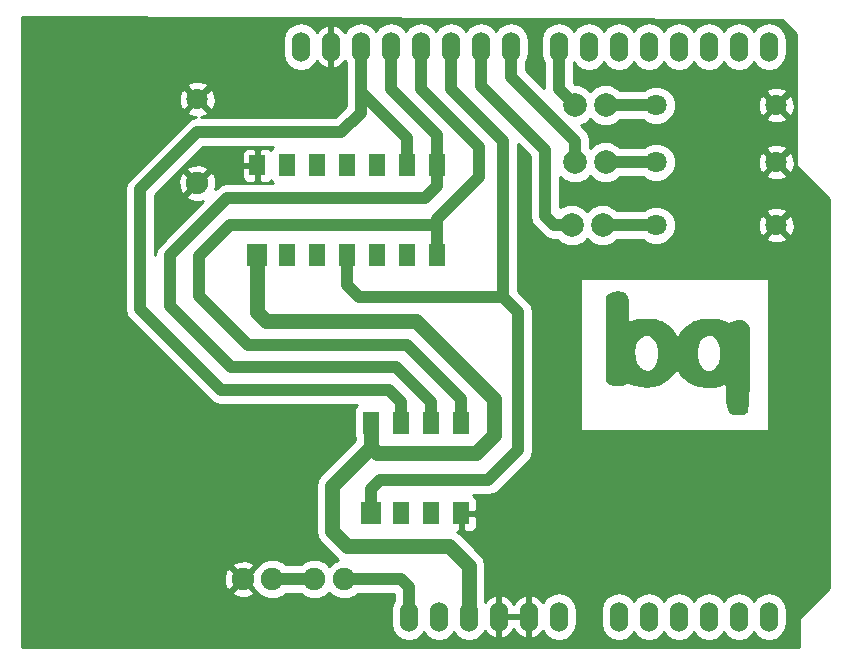
<source format=gtl>
G04 (created by PCBNEW (2013-jul-07)-stable) date Thu 12 Feb 2015 08:58:08 CET*
%MOIN*%
G04 Gerber Fmt 3.4, Leading zero omitted, Abs format*
%FSLAX34Y34*%
G01*
G70*
G90*
G04 APERTURE LIST*
%ADD10C,0.00590551*%
%ADD11C,0.0001*%
%ADD12R,0.0708661X0.0748031*%
%ADD13R,0.0551181X0.0748031*%
%ADD14R,0.0551181X0.0669291*%
%ADD15C,0.0708661*%
%ADD16C,0.0748031*%
%ADD17O,0.06X0.1*%
%ADD18C,0.0787402*%
%ADD19C,0.04*%
%ADD20C,0.05*%
%ADD21C,0.01*%
G04 APERTURE END LIST*
G54D10*
G54D11*
G36*
X29967Y-16288D02*
X29965Y-16520D01*
X29961Y-16807D01*
X29957Y-17101D01*
X29952Y-17458D01*
X29947Y-17754D01*
X29941Y-17995D01*
X29932Y-18186D01*
X29920Y-18334D01*
X29903Y-18444D01*
X29880Y-18521D01*
X29849Y-18572D01*
X29808Y-18603D01*
X29758Y-18618D01*
X29695Y-18624D01*
X29619Y-18626D01*
X29597Y-18627D01*
X29476Y-18626D01*
X29376Y-18615D01*
X29325Y-18600D01*
X29259Y-18543D01*
X29213Y-18458D01*
X29184Y-18333D01*
X29170Y-18160D01*
X29167Y-18004D01*
X29165Y-17856D01*
X29159Y-17737D01*
X29151Y-17659D01*
X29142Y-17636D01*
X29098Y-17645D01*
X29013Y-17668D01*
X28968Y-17681D01*
X28968Y-16559D01*
X28952Y-16384D01*
X28905Y-16226D01*
X28826Y-16099D01*
X28793Y-16068D01*
X28678Y-16011D01*
X28550Y-16008D01*
X28427Y-16055D01*
X28325Y-16145D01*
X28279Y-16225D01*
X28249Y-16344D01*
X28235Y-16500D01*
X28238Y-16667D01*
X28257Y-16819D01*
X28288Y-16923D01*
X28362Y-17036D01*
X28455Y-17123D01*
X28549Y-17166D01*
X28573Y-17169D01*
X28647Y-17154D01*
X28736Y-17118D01*
X28738Y-17117D01*
X28838Y-17030D01*
X28911Y-16898D01*
X28954Y-16736D01*
X28968Y-16559D01*
X28968Y-17681D01*
X28954Y-17686D01*
X28742Y-17727D01*
X28506Y-17734D01*
X28276Y-17709D01*
X28114Y-17665D01*
X27924Y-17569D01*
X27756Y-17438D01*
X27631Y-17288D01*
X27603Y-17241D01*
X27544Y-17125D01*
X27442Y-17274D01*
X27296Y-17438D01*
X27102Y-17571D01*
X26917Y-17655D01*
X26887Y-17662D01*
X26887Y-16474D01*
X26853Y-16305D01*
X26787Y-16167D01*
X26697Y-16067D01*
X26588Y-16011D01*
X26468Y-16005D01*
X26343Y-16058D01*
X26304Y-16088D01*
X26208Y-16209D01*
X26150Y-16367D01*
X26130Y-16546D01*
X26146Y-16729D01*
X26199Y-16898D01*
X26289Y-17036D01*
X26319Y-17066D01*
X26437Y-17146D01*
X26545Y-17163D01*
X26653Y-17119D01*
X26680Y-17099D01*
X26778Y-16997D01*
X26843Y-16864D01*
X26881Y-16683D01*
X26883Y-16667D01*
X26887Y-16474D01*
X26887Y-17662D01*
X26738Y-17701D01*
X26529Y-17719D01*
X26314Y-17711D01*
X26120Y-17676D01*
X26022Y-17642D01*
X25924Y-17601D01*
X25863Y-17589D01*
X25816Y-17602D01*
X25790Y-17619D01*
X25690Y-17658D01*
X25557Y-17671D01*
X25417Y-17660D01*
X25298Y-17625D01*
X25255Y-17600D01*
X25167Y-17531D01*
X25167Y-16103D01*
X25167Y-14675D01*
X25270Y-14588D01*
X25395Y-14521D01*
X25545Y-14497D01*
X25693Y-14515D01*
X25818Y-14577D01*
X25824Y-14583D01*
X25862Y-14618D01*
X25888Y-14654D01*
X25905Y-14704D01*
X25916Y-14780D01*
X25922Y-14896D01*
X25927Y-15064D01*
X25928Y-15097D01*
X25939Y-15531D01*
X26078Y-15478D01*
X26210Y-15445D01*
X26396Y-15426D01*
X26534Y-15422D01*
X26694Y-15423D01*
X26809Y-15432D01*
X26902Y-15452D01*
X26994Y-15488D01*
X27034Y-15506D01*
X27230Y-15625D01*
X27391Y-15772D01*
X27491Y-15916D01*
X27528Y-15982D01*
X27552Y-15993D01*
X27578Y-15956D01*
X27580Y-15952D01*
X27670Y-15830D01*
X27798Y-15703D01*
X27944Y-15588D01*
X28086Y-15503D01*
X28137Y-15482D01*
X28315Y-15440D01*
X28523Y-15420D01*
X28737Y-15421D01*
X28936Y-15444D01*
X29097Y-15489D01*
X29112Y-15495D01*
X29210Y-15536D01*
X29271Y-15549D01*
X29318Y-15535D01*
X29345Y-15518D01*
X29429Y-15487D01*
X29549Y-15471D01*
X29675Y-15473D01*
X29779Y-15493D01*
X29802Y-15503D01*
X29861Y-15556D01*
X29918Y-15637D01*
X29922Y-15645D01*
X29936Y-15677D01*
X29947Y-15718D01*
X29956Y-15775D01*
X29962Y-15854D01*
X29966Y-15961D01*
X29967Y-16104D01*
X29967Y-16288D01*
X29967Y-16288D01*
X29967Y-16288D01*
G37*
G54D12*
X13534Y-13302D03*
G54D13*
X14534Y-13302D03*
X15534Y-13302D03*
X16534Y-13302D03*
X17534Y-13302D03*
X18534Y-13302D03*
X19534Y-13302D03*
X19534Y-10302D03*
X18534Y-10302D03*
X17534Y-10302D03*
X16534Y-10302D03*
X15534Y-10302D03*
X14534Y-10302D03*
G54D14*
X13534Y-10302D03*
G54D15*
X11534Y-8102D03*
G54D16*
X11534Y-10902D03*
X14034Y-24102D03*
X13050Y-24102D03*
X15434Y-24102D03*
X16434Y-24102D03*
G54D12*
X17334Y-21902D03*
G54D13*
X18334Y-21902D03*
X19334Y-21902D03*
X20334Y-21902D03*
X20334Y-18902D03*
X19334Y-18902D03*
X18334Y-18902D03*
X17334Y-18902D03*
G54D17*
X30584Y-25352D03*
X29584Y-25352D03*
X28584Y-25352D03*
X25584Y-25352D03*
X26584Y-25352D03*
X27584Y-25352D03*
X23584Y-25352D03*
X22584Y-25352D03*
X21584Y-25352D03*
X19584Y-25352D03*
X18584Y-25352D03*
X30584Y-6352D03*
X29584Y-6352D03*
X28584Y-6352D03*
X27584Y-6352D03*
X26584Y-6352D03*
X25584Y-6352D03*
X24584Y-6352D03*
X23584Y-6352D03*
X21984Y-6352D03*
X20984Y-6352D03*
X19984Y-6352D03*
X18984Y-6352D03*
X17984Y-6352D03*
X16984Y-6352D03*
X15984Y-6352D03*
X14984Y-6352D03*
X20584Y-25352D03*
G54D18*
X24122Y-8302D03*
X25146Y-8302D03*
X24122Y-10202D03*
X25146Y-10202D03*
X24022Y-12302D03*
X25046Y-12302D03*
G54D15*
X30834Y-8302D03*
X26834Y-8302D03*
X30834Y-10202D03*
X26834Y-10202D03*
X30834Y-12302D03*
X26834Y-12302D03*
G54D19*
X20984Y-6352D02*
X20984Y-7652D01*
X23434Y-12302D02*
X24022Y-12302D01*
X23134Y-12002D02*
X23434Y-12302D01*
X23134Y-9802D02*
X23134Y-12002D01*
X20984Y-7652D02*
X23134Y-9802D01*
X16434Y-24102D02*
X18334Y-24102D01*
X18584Y-24352D02*
X18584Y-25352D01*
X18334Y-24102D02*
X18584Y-24352D01*
X19984Y-6352D02*
X19984Y-7752D01*
X21734Y-9502D02*
X21734Y-14702D01*
X19984Y-7752D02*
X21734Y-9502D01*
X16534Y-13302D02*
X16534Y-14302D01*
X21734Y-14702D02*
X22234Y-15202D01*
X16934Y-14702D02*
X21734Y-14702D01*
X16534Y-14302D02*
X16934Y-14702D01*
X17334Y-21902D02*
X17334Y-21102D01*
X22234Y-19802D02*
X22234Y-15202D01*
X21234Y-20802D02*
X22234Y-19802D01*
X17634Y-20802D02*
X21234Y-20802D01*
X17334Y-21102D02*
X17634Y-20802D01*
X20334Y-18902D02*
X20334Y-18102D01*
X12634Y-12302D02*
X19534Y-12302D01*
X11594Y-13342D02*
X12634Y-12302D01*
X11594Y-14661D02*
X11594Y-13342D01*
X13234Y-16302D02*
X11594Y-14661D01*
X18534Y-16302D02*
X13234Y-16302D01*
X20334Y-18102D02*
X18534Y-16302D01*
X18984Y-6352D02*
X18984Y-7752D01*
X19534Y-12102D02*
X19534Y-12302D01*
X19534Y-12302D02*
X19534Y-13302D01*
X20934Y-10702D02*
X19534Y-12102D01*
X20934Y-9702D02*
X20934Y-10702D01*
X18984Y-7752D02*
X20934Y-9702D01*
X18334Y-18902D02*
X18334Y-18202D01*
X16984Y-8552D02*
X16984Y-7852D01*
X16334Y-9202D02*
X16984Y-8552D01*
X11534Y-9202D02*
X16334Y-9202D01*
X9634Y-11102D02*
X11534Y-9202D01*
X9634Y-15102D02*
X9634Y-11102D01*
X12334Y-17802D02*
X9634Y-15102D01*
X17934Y-17802D02*
X12334Y-17802D01*
X18334Y-18202D02*
X17934Y-17802D01*
X16984Y-6352D02*
X16984Y-7852D01*
X18534Y-9402D02*
X18534Y-10302D01*
X16984Y-7852D02*
X18334Y-9202D01*
X18334Y-9202D02*
X18534Y-9402D01*
X19334Y-18902D02*
X19334Y-18202D01*
X19534Y-11002D02*
X19534Y-10302D01*
X19134Y-11402D02*
X19534Y-11002D01*
X12534Y-11402D02*
X19134Y-11402D01*
X10634Y-13302D02*
X12534Y-11402D01*
X10634Y-15002D02*
X10634Y-13302D01*
X12675Y-17042D02*
X10634Y-15002D01*
X18175Y-17042D02*
X12675Y-17042D01*
X19334Y-18202D02*
X18175Y-17042D01*
X17984Y-6352D02*
X17984Y-7752D01*
X19534Y-9302D02*
X19534Y-10302D01*
X17984Y-7752D02*
X19534Y-9302D01*
X21984Y-6352D02*
X21984Y-7352D01*
X24122Y-9490D02*
X24122Y-10202D01*
X21984Y-7352D02*
X24122Y-9490D01*
X23584Y-6352D02*
X23584Y-7764D01*
X23584Y-7764D02*
X24122Y-8302D01*
X26834Y-8302D02*
X25146Y-8302D01*
X26834Y-10202D02*
X25146Y-10202D01*
X26834Y-12302D02*
X25046Y-12302D01*
X15434Y-24102D02*
X14034Y-24102D01*
G54D20*
X13534Y-13302D02*
X13534Y-15202D01*
X17534Y-19902D02*
X17334Y-19702D01*
X20834Y-19902D02*
X17534Y-19902D01*
X21434Y-19302D02*
X20834Y-19902D01*
X21434Y-18102D02*
X21434Y-19302D01*
X18834Y-15502D02*
X21434Y-18102D01*
X13834Y-15502D02*
X18834Y-15502D01*
X13534Y-15202D02*
X13834Y-15502D01*
X17334Y-18902D02*
X17334Y-19702D01*
X20584Y-25352D02*
X20584Y-23652D01*
X16034Y-21002D02*
X16734Y-20302D01*
X16734Y-20302D02*
X17334Y-19702D01*
X16034Y-22502D02*
X16034Y-21002D01*
X16534Y-23002D02*
X16034Y-22502D01*
X19934Y-23002D02*
X16534Y-23002D01*
X20584Y-23652D02*
X19934Y-23002D01*
G54D10*
G36*
X14060Y-9702D02*
X14004Y-9758D01*
X13990Y-9793D01*
X13951Y-9755D01*
X13859Y-9717D01*
X13647Y-9717D01*
X13584Y-9780D01*
X13584Y-10252D01*
X13592Y-10252D01*
X13592Y-10352D01*
X13584Y-10352D01*
X13584Y-10824D01*
X13647Y-10887D01*
X13859Y-10887D01*
X13951Y-10849D01*
X13989Y-10810D01*
X14004Y-10846D01*
X14060Y-10902D01*
X13484Y-10902D01*
X13484Y-10824D01*
X13484Y-10352D01*
X13484Y-10252D01*
X13484Y-9780D01*
X13422Y-9717D01*
X13209Y-9717D01*
X13117Y-9755D01*
X13047Y-9825D01*
X13009Y-9917D01*
X13009Y-10017D01*
X13009Y-10189D01*
X13071Y-10252D01*
X13484Y-10252D01*
X13484Y-10352D01*
X13071Y-10352D01*
X13009Y-10414D01*
X13009Y-10587D01*
X13009Y-10686D01*
X13047Y-10778D01*
X13117Y-10849D01*
X13209Y-10887D01*
X13422Y-10887D01*
X13484Y-10824D01*
X13484Y-10902D01*
X12534Y-10902D01*
X12343Y-10940D01*
X12181Y-11048D01*
X12181Y-11048D01*
X12125Y-11104D01*
X12163Y-11001D01*
X12153Y-10753D01*
X12077Y-10569D01*
X11974Y-10533D01*
X11903Y-10604D01*
X11903Y-10462D01*
X11867Y-10359D01*
X11634Y-10273D01*
X11386Y-10283D01*
X11202Y-10359D01*
X11165Y-10462D01*
X11534Y-10831D01*
X11903Y-10462D01*
X11903Y-10604D01*
X11605Y-10902D01*
X11610Y-10907D01*
X11540Y-10978D01*
X11534Y-10973D01*
X11463Y-11043D01*
X11463Y-10902D01*
X11095Y-10533D01*
X10992Y-10569D01*
X10906Y-10802D01*
X10916Y-11050D01*
X10992Y-11234D01*
X11095Y-11271D01*
X11463Y-10902D01*
X11463Y-11043D01*
X11165Y-11341D01*
X11202Y-11444D01*
X11435Y-11530D01*
X11683Y-11521D01*
X11727Y-11502D01*
X10281Y-12948D01*
X10172Y-13111D01*
X10134Y-13302D01*
X10134Y-11309D01*
X11741Y-9702D01*
X14060Y-9702D01*
X14060Y-9702D01*
G37*
G54D21*
X14060Y-9702D02*
X14004Y-9758D01*
X13990Y-9793D01*
X13951Y-9755D01*
X13859Y-9717D01*
X13647Y-9717D01*
X13584Y-9780D01*
X13584Y-10252D01*
X13592Y-10252D01*
X13592Y-10352D01*
X13584Y-10352D01*
X13584Y-10824D01*
X13647Y-10887D01*
X13859Y-10887D01*
X13951Y-10849D01*
X13989Y-10810D01*
X14004Y-10846D01*
X14060Y-10902D01*
X13484Y-10902D01*
X13484Y-10824D01*
X13484Y-10352D01*
X13484Y-10252D01*
X13484Y-9780D01*
X13422Y-9717D01*
X13209Y-9717D01*
X13117Y-9755D01*
X13047Y-9825D01*
X13009Y-9917D01*
X13009Y-10017D01*
X13009Y-10189D01*
X13071Y-10252D01*
X13484Y-10252D01*
X13484Y-10352D01*
X13071Y-10352D01*
X13009Y-10414D01*
X13009Y-10587D01*
X13009Y-10686D01*
X13047Y-10778D01*
X13117Y-10849D01*
X13209Y-10887D01*
X13422Y-10887D01*
X13484Y-10824D01*
X13484Y-10902D01*
X12534Y-10902D01*
X12343Y-10940D01*
X12181Y-11048D01*
X12181Y-11048D01*
X12125Y-11104D01*
X12163Y-11001D01*
X12153Y-10753D01*
X12077Y-10569D01*
X11974Y-10533D01*
X11903Y-10604D01*
X11903Y-10462D01*
X11867Y-10359D01*
X11634Y-10273D01*
X11386Y-10283D01*
X11202Y-10359D01*
X11165Y-10462D01*
X11534Y-10831D01*
X11903Y-10462D01*
X11903Y-10604D01*
X11605Y-10902D01*
X11610Y-10907D01*
X11540Y-10978D01*
X11534Y-10973D01*
X11463Y-11043D01*
X11463Y-10902D01*
X11095Y-10533D01*
X10992Y-10569D01*
X10906Y-10802D01*
X10916Y-11050D01*
X10992Y-11234D01*
X11095Y-11271D01*
X11463Y-10902D01*
X11463Y-11043D01*
X11165Y-11341D01*
X11202Y-11444D01*
X11435Y-11530D01*
X11683Y-11521D01*
X11727Y-11502D01*
X10281Y-12948D01*
X10172Y-13111D01*
X10134Y-13302D01*
X10134Y-11309D01*
X11741Y-9702D01*
X14060Y-9702D01*
G54D10*
G36*
X32584Y-24381D02*
X31584Y-25381D01*
X31584Y-26352D01*
X31443Y-26352D01*
X31443Y-12397D01*
X31443Y-10297D01*
X31443Y-8397D01*
X31433Y-8156D01*
X31360Y-7981D01*
X31259Y-7947D01*
X31189Y-8018D01*
X31189Y-7877D01*
X31184Y-7863D01*
X31184Y-6568D01*
X31184Y-6136D01*
X31138Y-5907D01*
X31008Y-5712D01*
X30814Y-5582D01*
X30584Y-5536D01*
X30355Y-5582D01*
X30160Y-5712D01*
X30084Y-5825D01*
X30008Y-5712D01*
X29814Y-5582D01*
X29584Y-5536D01*
X29355Y-5582D01*
X29160Y-5712D01*
X29084Y-5825D01*
X29008Y-5712D01*
X28814Y-5582D01*
X28584Y-5536D01*
X28355Y-5582D01*
X28160Y-5712D01*
X28084Y-5825D01*
X28008Y-5712D01*
X27814Y-5582D01*
X27584Y-5536D01*
X27355Y-5582D01*
X27160Y-5712D01*
X27084Y-5825D01*
X27008Y-5712D01*
X26814Y-5582D01*
X26584Y-5536D01*
X26355Y-5582D01*
X26160Y-5712D01*
X26084Y-5825D01*
X26008Y-5712D01*
X25814Y-5582D01*
X25584Y-5536D01*
X25355Y-5582D01*
X25160Y-5712D01*
X25084Y-5825D01*
X25008Y-5712D01*
X24814Y-5582D01*
X24584Y-5536D01*
X24355Y-5582D01*
X24160Y-5712D01*
X24084Y-5825D01*
X24008Y-5712D01*
X23814Y-5582D01*
X23584Y-5536D01*
X23355Y-5582D01*
X23160Y-5712D01*
X23030Y-5907D01*
X22984Y-6136D01*
X22984Y-6568D01*
X23030Y-6797D01*
X23084Y-6878D01*
X23084Y-7745D01*
X22484Y-7145D01*
X22484Y-6878D01*
X22538Y-6797D01*
X22584Y-6568D01*
X22584Y-6136D01*
X22538Y-5907D01*
X22408Y-5712D01*
X22214Y-5582D01*
X21984Y-5536D01*
X21755Y-5582D01*
X21560Y-5712D01*
X21484Y-5825D01*
X21408Y-5712D01*
X21214Y-5582D01*
X20984Y-5536D01*
X20755Y-5582D01*
X20560Y-5712D01*
X20484Y-5825D01*
X20408Y-5712D01*
X20214Y-5582D01*
X19984Y-5536D01*
X19755Y-5582D01*
X19560Y-5712D01*
X19484Y-5825D01*
X19408Y-5712D01*
X19214Y-5582D01*
X18984Y-5536D01*
X18755Y-5582D01*
X18560Y-5712D01*
X18484Y-5825D01*
X18408Y-5712D01*
X18214Y-5582D01*
X17984Y-5536D01*
X17755Y-5582D01*
X17560Y-5712D01*
X17484Y-5825D01*
X17408Y-5712D01*
X17214Y-5582D01*
X16984Y-5536D01*
X16755Y-5582D01*
X16560Y-5712D01*
X16454Y-5871D01*
X16338Y-5728D01*
X16148Y-5625D01*
X16119Y-5619D01*
X16034Y-5667D01*
X16034Y-6302D01*
X16042Y-6302D01*
X16042Y-6402D01*
X16034Y-6402D01*
X16034Y-7037D01*
X16119Y-7085D01*
X16148Y-7079D01*
X16338Y-6976D01*
X16454Y-6833D01*
X16484Y-6878D01*
X16484Y-7852D01*
X16484Y-7852D01*
X16484Y-7852D01*
X16484Y-8345D01*
X16127Y-8702D01*
X15934Y-8702D01*
X15934Y-7037D01*
X15934Y-6402D01*
X15926Y-6402D01*
X15926Y-6302D01*
X15934Y-6302D01*
X15934Y-5667D01*
X15849Y-5619D01*
X15820Y-5625D01*
X15631Y-5728D01*
X15515Y-5871D01*
X15408Y-5712D01*
X15214Y-5582D01*
X14984Y-5536D01*
X14755Y-5582D01*
X14560Y-5712D01*
X14430Y-5907D01*
X14384Y-6136D01*
X14384Y-6568D01*
X14430Y-6797D01*
X14560Y-6992D01*
X14755Y-7122D01*
X14984Y-7168D01*
X15214Y-7122D01*
X15408Y-6992D01*
X15515Y-6833D01*
X15631Y-6976D01*
X15820Y-7079D01*
X15849Y-7085D01*
X15934Y-7037D01*
X15934Y-8702D01*
X12143Y-8702D01*
X12143Y-8197D01*
X12133Y-7956D01*
X12060Y-7781D01*
X11959Y-7747D01*
X11889Y-7818D01*
X11889Y-7677D01*
X11855Y-7576D01*
X11629Y-7493D01*
X11389Y-7503D01*
X11214Y-7576D01*
X11180Y-7677D01*
X11534Y-8031D01*
X11889Y-7677D01*
X11889Y-7818D01*
X11605Y-8102D01*
X11959Y-8456D01*
X12060Y-8422D01*
X12143Y-8197D01*
X12143Y-8702D01*
X11650Y-8702D01*
X11680Y-8701D01*
X11855Y-8628D01*
X11889Y-8527D01*
X11534Y-8173D01*
X11463Y-8243D01*
X11463Y-8102D01*
X11109Y-7747D01*
X11008Y-7781D01*
X10925Y-8007D01*
X10935Y-8247D01*
X11008Y-8422D01*
X11109Y-8456D01*
X11463Y-8102D01*
X11463Y-8243D01*
X11180Y-8527D01*
X11214Y-8628D01*
X11439Y-8711D01*
X11503Y-8708D01*
X11343Y-8740D01*
X11181Y-8848D01*
X11181Y-8848D01*
X9281Y-10748D01*
X9172Y-10911D01*
X9134Y-11102D01*
X9134Y-11102D01*
X9134Y-15102D01*
X9134Y-15102D01*
X9172Y-15293D01*
X9281Y-15455D01*
X11981Y-18155D01*
X11981Y-18155D01*
X12143Y-18264D01*
X12334Y-18302D01*
X16860Y-18302D01*
X16804Y-18358D01*
X16759Y-18468D01*
X16759Y-18587D01*
X16759Y-19335D01*
X16784Y-19397D01*
X16784Y-19474D01*
X16345Y-19913D01*
X16345Y-19913D01*
X15645Y-20613D01*
X15526Y-20791D01*
X15484Y-21002D01*
X15484Y-22502D01*
X15526Y-22712D01*
X15645Y-22891D01*
X16145Y-23391D01*
X16239Y-23453D01*
X16053Y-23530D01*
X15934Y-23649D01*
X15816Y-23531D01*
X15569Y-23428D01*
X15301Y-23428D01*
X15053Y-23530D01*
X14981Y-23602D01*
X14487Y-23602D01*
X14416Y-23531D01*
X14169Y-23428D01*
X13901Y-23428D01*
X13653Y-23530D01*
X13463Y-23720D01*
X13435Y-23788D01*
X13419Y-23804D01*
X13419Y-23662D01*
X13382Y-23559D01*
X13149Y-23473D01*
X12901Y-23483D01*
X12718Y-23559D01*
X12681Y-23662D01*
X13050Y-24031D01*
X13419Y-23662D01*
X13419Y-23804D01*
X13121Y-24102D01*
X13435Y-24416D01*
X13462Y-24483D01*
X13652Y-24673D01*
X13899Y-24776D01*
X14168Y-24776D01*
X14415Y-24674D01*
X14487Y-24602D01*
X14981Y-24602D01*
X15052Y-24673D01*
X15299Y-24776D01*
X15568Y-24776D01*
X15815Y-24674D01*
X15934Y-24555D01*
X16052Y-24673D01*
X16299Y-24776D01*
X16568Y-24776D01*
X16815Y-24674D01*
X16887Y-24602D01*
X18084Y-24602D01*
X18084Y-24825D01*
X18030Y-24907D01*
X17984Y-25136D01*
X17984Y-25568D01*
X18030Y-25797D01*
X18160Y-25992D01*
X18355Y-26122D01*
X18584Y-26168D01*
X18814Y-26122D01*
X19008Y-25992D01*
X19084Y-25878D01*
X19160Y-25992D01*
X19355Y-26122D01*
X19584Y-26168D01*
X19814Y-26122D01*
X20008Y-25992D01*
X20084Y-25878D01*
X20160Y-25992D01*
X20355Y-26122D01*
X20584Y-26168D01*
X20814Y-26122D01*
X21008Y-25992D01*
X21115Y-25833D01*
X21231Y-25976D01*
X21420Y-26079D01*
X21449Y-26085D01*
X21534Y-26037D01*
X21534Y-25402D01*
X21526Y-25402D01*
X21526Y-25302D01*
X21534Y-25302D01*
X21534Y-24667D01*
X21449Y-24619D01*
X21420Y-24625D01*
X21231Y-24728D01*
X21134Y-24847D01*
X21134Y-23652D01*
X21092Y-23441D01*
X20973Y-23263D01*
X20973Y-23263D01*
X20860Y-23150D01*
X20860Y-22226D01*
X20860Y-22014D01*
X20797Y-21952D01*
X20384Y-21952D01*
X20384Y-22463D01*
X20447Y-22526D01*
X20659Y-22526D01*
X20751Y-22488D01*
X20822Y-22418D01*
X20860Y-22326D01*
X20860Y-22226D01*
X20860Y-23150D01*
X20323Y-22613D01*
X20193Y-22526D01*
X20222Y-22526D01*
X20284Y-22463D01*
X20284Y-21952D01*
X20276Y-21952D01*
X20276Y-21852D01*
X20284Y-21852D01*
X20284Y-21844D01*
X20384Y-21844D01*
X20384Y-21852D01*
X20797Y-21852D01*
X20860Y-21789D01*
X20860Y-21577D01*
X20860Y-21478D01*
X20822Y-21386D01*
X20751Y-21316D01*
X20717Y-21302D01*
X21234Y-21302D01*
X21234Y-21302D01*
X21234Y-21302D01*
X21425Y-21264D01*
X21588Y-21155D01*
X22588Y-20155D01*
X22588Y-20155D01*
X22588Y-20155D01*
X22696Y-19993D01*
X22734Y-19802D01*
X22734Y-15202D01*
X22696Y-15011D01*
X22588Y-14848D01*
X22588Y-14848D01*
X22234Y-14495D01*
X22234Y-9609D01*
X22634Y-10009D01*
X22634Y-12002D01*
X22634Y-12002D01*
X22672Y-12193D01*
X22781Y-12355D01*
X23081Y-12655D01*
X23081Y-12655D01*
X23243Y-12764D01*
X23434Y-12802D01*
X23434Y-12802D01*
X23434Y-12802D01*
X23541Y-12802D01*
X23629Y-12890D01*
X23884Y-12995D01*
X24160Y-12996D01*
X24415Y-12890D01*
X24534Y-12771D01*
X24652Y-12890D01*
X24907Y-12995D01*
X25183Y-12996D01*
X25438Y-12890D01*
X25527Y-12802D01*
X26409Y-12802D01*
X26463Y-12856D01*
X26703Y-12956D01*
X26964Y-12956D01*
X27204Y-12857D01*
X27389Y-12673D01*
X27488Y-12433D01*
X27489Y-12172D01*
X27389Y-11932D01*
X27205Y-11747D01*
X26965Y-11648D01*
X26705Y-11647D01*
X26464Y-11747D01*
X26409Y-11802D01*
X25527Y-11802D01*
X25439Y-11714D01*
X25185Y-11608D01*
X24909Y-11608D01*
X24654Y-11713D01*
X24534Y-11833D01*
X24416Y-11714D01*
X24161Y-11608D01*
X23885Y-11608D01*
X23634Y-11712D01*
X23634Y-10695D01*
X23729Y-10790D01*
X23984Y-10895D01*
X24260Y-10896D01*
X24515Y-10790D01*
X24634Y-10671D01*
X24752Y-10790D01*
X25007Y-10895D01*
X25283Y-10896D01*
X25538Y-10790D01*
X25627Y-10702D01*
X26409Y-10702D01*
X26463Y-10756D01*
X26703Y-10856D01*
X26964Y-10856D01*
X27204Y-10757D01*
X27389Y-10573D01*
X27488Y-10333D01*
X27489Y-10072D01*
X27389Y-9832D01*
X27205Y-9647D01*
X26965Y-9548D01*
X26705Y-9547D01*
X26464Y-9647D01*
X26409Y-9702D01*
X25627Y-9702D01*
X25539Y-9614D01*
X25285Y-9508D01*
X25009Y-9508D01*
X24754Y-9613D01*
X24634Y-9733D01*
X24622Y-9721D01*
X24622Y-9490D01*
X24622Y-9490D01*
X24622Y-9490D01*
X24615Y-9452D01*
X24584Y-9299D01*
X24584Y-9299D01*
X24476Y-9136D01*
X24476Y-9136D01*
X24313Y-8974D01*
X24515Y-8890D01*
X24634Y-8771D01*
X24752Y-8890D01*
X25007Y-8995D01*
X25283Y-8996D01*
X25538Y-8890D01*
X25627Y-8802D01*
X26409Y-8802D01*
X26463Y-8856D01*
X26703Y-8956D01*
X26964Y-8956D01*
X27204Y-8857D01*
X27389Y-8673D01*
X27488Y-8433D01*
X27489Y-8172D01*
X27389Y-7932D01*
X27205Y-7747D01*
X26965Y-7648D01*
X26705Y-7647D01*
X26464Y-7747D01*
X26409Y-7802D01*
X25627Y-7802D01*
X25539Y-7714D01*
X25285Y-7608D01*
X25009Y-7608D01*
X24754Y-7713D01*
X24634Y-7833D01*
X24516Y-7714D01*
X24261Y-7608D01*
X24136Y-7608D01*
X24084Y-7557D01*
X24084Y-6878D01*
X24160Y-6992D01*
X24355Y-7122D01*
X24584Y-7168D01*
X24814Y-7122D01*
X25008Y-6992D01*
X25084Y-6878D01*
X25160Y-6992D01*
X25355Y-7122D01*
X25584Y-7168D01*
X25814Y-7122D01*
X26008Y-6992D01*
X26084Y-6878D01*
X26160Y-6992D01*
X26355Y-7122D01*
X26584Y-7168D01*
X26814Y-7122D01*
X27008Y-6992D01*
X27084Y-6878D01*
X27160Y-6992D01*
X27355Y-7122D01*
X27584Y-7168D01*
X27814Y-7122D01*
X28008Y-6992D01*
X28084Y-6878D01*
X28160Y-6992D01*
X28355Y-7122D01*
X28584Y-7168D01*
X28814Y-7122D01*
X29008Y-6992D01*
X29084Y-6878D01*
X29160Y-6992D01*
X29355Y-7122D01*
X29584Y-7168D01*
X29814Y-7122D01*
X30008Y-6992D01*
X30084Y-6878D01*
X30160Y-6992D01*
X30355Y-7122D01*
X30584Y-7168D01*
X30814Y-7122D01*
X31008Y-6992D01*
X31138Y-6797D01*
X31184Y-6568D01*
X31184Y-7863D01*
X31155Y-7776D01*
X30929Y-7693D01*
X30689Y-7703D01*
X30514Y-7776D01*
X30480Y-7877D01*
X30834Y-8231D01*
X31189Y-7877D01*
X31189Y-8018D01*
X30905Y-8302D01*
X31259Y-8656D01*
X31360Y-8622D01*
X31443Y-8397D01*
X31443Y-10297D01*
X31433Y-10056D01*
X31360Y-9881D01*
X31259Y-9847D01*
X31189Y-9918D01*
X31189Y-9777D01*
X31189Y-8727D01*
X30834Y-8373D01*
X30763Y-8443D01*
X30763Y-8302D01*
X30409Y-7947D01*
X30308Y-7981D01*
X30225Y-8207D01*
X30235Y-8447D01*
X30308Y-8622D01*
X30409Y-8656D01*
X30763Y-8302D01*
X30763Y-8443D01*
X30480Y-8727D01*
X30514Y-8828D01*
X30739Y-8911D01*
X30980Y-8901D01*
X31155Y-8828D01*
X31189Y-8727D01*
X31189Y-9777D01*
X31155Y-9676D01*
X30929Y-9593D01*
X30689Y-9603D01*
X30514Y-9676D01*
X30480Y-9777D01*
X30834Y-10131D01*
X31189Y-9777D01*
X31189Y-9918D01*
X30905Y-10202D01*
X31259Y-10556D01*
X31360Y-10522D01*
X31443Y-10297D01*
X31443Y-12397D01*
X31433Y-12156D01*
X31360Y-11981D01*
X31259Y-11947D01*
X31189Y-12018D01*
X31189Y-11877D01*
X31189Y-10627D01*
X30834Y-10273D01*
X30763Y-10343D01*
X30763Y-10202D01*
X30409Y-9847D01*
X30308Y-9881D01*
X30225Y-10107D01*
X30235Y-10347D01*
X30308Y-10522D01*
X30409Y-10556D01*
X30763Y-10202D01*
X30763Y-10343D01*
X30480Y-10627D01*
X30514Y-10728D01*
X30739Y-10811D01*
X30980Y-10801D01*
X31155Y-10728D01*
X31189Y-10627D01*
X31189Y-11877D01*
X31155Y-11776D01*
X30929Y-11693D01*
X30689Y-11703D01*
X30514Y-11776D01*
X30480Y-11877D01*
X30834Y-12231D01*
X31189Y-11877D01*
X31189Y-12018D01*
X30905Y-12302D01*
X31259Y-12656D01*
X31360Y-12622D01*
X31443Y-12397D01*
X31443Y-26352D01*
X31189Y-26352D01*
X31189Y-12727D01*
X30834Y-12373D01*
X30763Y-12443D01*
X30763Y-12302D01*
X30409Y-11947D01*
X30308Y-11981D01*
X30225Y-12207D01*
X30235Y-12447D01*
X30308Y-12622D01*
X30409Y-12656D01*
X30763Y-12302D01*
X30763Y-12443D01*
X30480Y-12727D01*
X30514Y-12828D01*
X30739Y-12911D01*
X30980Y-12901D01*
X31155Y-12828D01*
X31189Y-12727D01*
X31189Y-26352D01*
X31184Y-26352D01*
X31184Y-25568D01*
X31184Y-25136D01*
X31138Y-24907D01*
X31008Y-24712D01*
X30814Y-24582D01*
X30584Y-24536D01*
X30584Y-19152D01*
X30584Y-14052D01*
X24284Y-14052D01*
X24284Y-19152D01*
X30584Y-19152D01*
X30584Y-24536D01*
X30355Y-24582D01*
X30160Y-24712D01*
X30084Y-24825D01*
X30008Y-24712D01*
X29814Y-24582D01*
X29584Y-24536D01*
X29355Y-24582D01*
X29160Y-24712D01*
X29084Y-24825D01*
X29008Y-24712D01*
X28814Y-24582D01*
X28584Y-24536D01*
X28355Y-24582D01*
X28160Y-24712D01*
X28084Y-24825D01*
X28008Y-24712D01*
X27814Y-24582D01*
X27584Y-24536D01*
X27355Y-24582D01*
X27160Y-24712D01*
X27084Y-24825D01*
X27008Y-24712D01*
X26814Y-24582D01*
X26584Y-24536D01*
X26355Y-24582D01*
X26160Y-24712D01*
X26084Y-24825D01*
X26008Y-24712D01*
X25814Y-24582D01*
X25584Y-24536D01*
X25355Y-24582D01*
X25160Y-24712D01*
X25030Y-24907D01*
X24984Y-25136D01*
X24984Y-25568D01*
X25030Y-25797D01*
X25160Y-25992D01*
X25355Y-26122D01*
X25584Y-26168D01*
X25814Y-26122D01*
X26008Y-25992D01*
X26084Y-25878D01*
X26160Y-25992D01*
X26355Y-26122D01*
X26584Y-26168D01*
X26814Y-26122D01*
X27008Y-25992D01*
X27084Y-25878D01*
X27160Y-25992D01*
X27355Y-26122D01*
X27584Y-26168D01*
X27814Y-26122D01*
X28008Y-25992D01*
X28084Y-25878D01*
X28160Y-25992D01*
X28355Y-26122D01*
X28584Y-26168D01*
X28814Y-26122D01*
X29008Y-25992D01*
X29084Y-25878D01*
X29160Y-25992D01*
X29355Y-26122D01*
X29584Y-26168D01*
X29814Y-26122D01*
X30008Y-25992D01*
X30084Y-25878D01*
X30160Y-25992D01*
X30355Y-26122D01*
X30584Y-26168D01*
X30814Y-26122D01*
X31008Y-25992D01*
X31138Y-25797D01*
X31184Y-25568D01*
X31184Y-26352D01*
X30584Y-26352D01*
X30534Y-26352D01*
X24184Y-26352D01*
X24184Y-25568D01*
X24184Y-25136D01*
X24138Y-24907D01*
X24008Y-24712D01*
X23814Y-24582D01*
X23584Y-24536D01*
X23355Y-24582D01*
X23160Y-24712D01*
X23054Y-24871D01*
X22938Y-24728D01*
X22748Y-24625D01*
X22719Y-24619D01*
X22634Y-24667D01*
X22634Y-25302D01*
X22642Y-25302D01*
X22642Y-25402D01*
X22634Y-25402D01*
X22634Y-26037D01*
X22719Y-26085D01*
X22748Y-26079D01*
X22938Y-25976D01*
X23054Y-25833D01*
X23160Y-25992D01*
X23355Y-26122D01*
X23584Y-26168D01*
X23814Y-26122D01*
X24008Y-25992D01*
X24138Y-25797D01*
X24184Y-25568D01*
X24184Y-26352D01*
X22534Y-26352D01*
X22534Y-26037D01*
X22534Y-25402D01*
X22534Y-25302D01*
X22534Y-24667D01*
X22449Y-24619D01*
X22420Y-24625D01*
X22231Y-24728D01*
X22095Y-24895D01*
X22084Y-24932D01*
X22073Y-24895D01*
X21938Y-24728D01*
X21748Y-24625D01*
X21719Y-24619D01*
X21634Y-24667D01*
X21634Y-25302D01*
X22034Y-25302D01*
X22134Y-25302D01*
X22534Y-25302D01*
X22534Y-25402D01*
X22134Y-25402D01*
X22034Y-25402D01*
X21634Y-25402D01*
X21634Y-26037D01*
X21719Y-26085D01*
X21748Y-26079D01*
X21938Y-25976D01*
X22073Y-25809D01*
X22084Y-25771D01*
X22095Y-25809D01*
X22231Y-25976D01*
X22420Y-26079D01*
X22449Y-26085D01*
X22534Y-26037D01*
X22534Y-26352D01*
X13419Y-26352D01*
X13419Y-24541D01*
X13050Y-24173D01*
X12979Y-24243D01*
X12979Y-24102D01*
X12610Y-23733D01*
X12507Y-23769D01*
X12421Y-24002D01*
X12431Y-24250D01*
X12507Y-24434D01*
X12610Y-24471D01*
X12979Y-24102D01*
X12979Y-24243D01*
X12681Y-24541D01*
X12718Y-24644D01*
X12950Y-24730D01*
X13199Y-24721D01*
X13382Y-24644D01*
X13419Y-24541D01*
X13419Y-26352D01*
X5684Y-26352D01*
X5684Y-5352D01*
X31013Y-5452D01*
X31484Y-5923D01*
X31484Y-10323D01*
X32584Y-11423D01*
X32584Y-14102D01*
X32584Y-19102D01*
X32584Y-19402D01*
X32584Y-24381D01*
X32584Y-24381D01*
G37*
G54D21*
X32584Y-24381D02*
X31584Y-25381D01*
X31584Y-26352D01*
X31443Y-26352D01*
X31443Y-12397D01*
X31443Y-10297D01*
X31443Y-8397D01*
X31433Y-8156D01*
X31360Y-7981D01*
X31259Y-7947D01*
X31189Y-8018D01*
X31189Y-7877D01*
X31184Y-7863D01*
X31184Y-6568D01*
X31184Y-6136D01*
X31138Y-5907D01*
X31008Y-5712D01*
X30814Y-5582D01*
X30584Y-5536D01*
X30355Y-5582D01*
X30160Y-5712D01*
X30084Y-5825D01*
X30008Y-5712D01*
X29814Y-5582D01*
X29584Y-5536D01*
X29355Y-5582D01*
X29160Y-5712D01*
X29084Y-5825D01*
X29008Y-5712D01*
X28814Y-5582D01*
X28584Y-5536D01*
X28355Y-5582D01*
X28160Y-5712D01*
X28084Y-5825D01*
X28008Y-5712D01*
X27814Y-5582D01*
X27584Y-5536D01*
X27355Y-5582D01*
X27160Y-5712D01*
X27084Y-5825D01*
X27008Y-5712D01*
X26814Y-5582D01*
X26584Y-5536D01*
X26355Y-5582D01*
X26160Y-5712D01*
X26084Y-5825D01*
X26008Y-5712D01*
X25814Y-5582D01*
X25584Y-5536D01*
X25355Y-5582D01*
X25160Y-5712D01*
X25084Y-5825D01*
X25008Y-5712D01*
X24814Y-5582D01*
X24584Y-5536D01*
X24355Y-5582D01*
X24160Y-5712D01*
X24084Y-5825D01*
X24008Y-5712D01*
X23814Y-5582D01*
X23584Y-5536D01*
X23355Y-5582D01*
X23160Y-5712D01*
X23030Y-5907D01*
X22984Y-6136D01*
X22984Y-6568D01*
X23030Y-6797D01*
X23084Y-6878D01*
X23084Y-7745D01*
X22484Y-7145D01*
X22484Y-6878D01*
X22538Y-6797D01*
X22584Y-6568D01*
X22584Y-6136D01*
X22538Y-5907D01*
X22408Y-5712D01*
X22214Y-5582D01*
X21984Y-5536D01*
X21755Y-5582D01*
X21560Y-5712D01*
X21484Y-5825D01*
X21408Y-5712D01*
X21214Y-5582D01*
X20984Y-5536D01*
X20755Y-5582D01*
X20560Y-5712D01*
X20484Y-5825D01*
X20408Y-5712D01*
X20214Y-5582D01*
X19984Y-5536D01*
X19755Y-5582D01*
X19560Y-5712D01*
X19484Y-5825D01*
X19408Y-5712D01*
X19214Y-5582D01*
X18984Y-5536D01*
X18755Y-5582D01*
X18560Y-5712D01*
X18484Y-5825D01*
X18408Y-5712D01*
X18214Y-5582D01*
X17984Y-5536D01*
X17755Y-5582D01*
X17560Y-5712D01*
X17484Y-5825D01*
X17408Y-5712D01*
X17214Y-5582D01*
X16984Y-5536D01*
X16755Y-5582D01*
X16560Y-5712D01*
X16454Y-5871D01*
X16338Y-5728D01*
X16148Y-5625D01*
X16119Y-5619D01*
X16034Y-5667D01*
X16034Y-6302D01*
X16042Y-6302D01*
X16042Y-6402D01*
X16034Y-6402D01*
X16034Y-7037D01*
X16119Y-7085D01*
X16148Y-7079D01*
X16338Y-6976D01*
X16454Y-6833D01*
X16484Y-6878D01*
X16484Y-7852D01*
X16484Y-7852D01*
X16484Y-7852D01*
X16484Y-8345D01*
X16127Y-8702D01*
X15934Y-8702D01*
X15934Y-7037D01*
X15934Y-6402D01*
X15926Y-6402D01*
X15926Y-6302D01*
X15934Y-6302D01*
X15934Y-5667D01*
X15849Y-5619D01*
X15820Y-5625D01*
X15631Y-5728D01*
X15515Y-5871D01*
X15408Y-5712D01*
X15214Y-5582D01*
X14984Y-5536D01*
X14755Y-5582D01*
X14560Y-5712D01*
X14430Y-5907D01*
X14384Y-6136D01*
X14384Y-6568D01*
X14430Y-6797D01*
X14560Y-6992D01*
X14755Y-7122D01*
X14984Y-7168D01*
X15214Y-7122D01*
X15408Y-6992D01*
X15515Y-6833D01*
X15631Y-6976D01*
X15820Y-7079D01*
X15849Y-7085D01*
X15934Y-7037D01*
X15934Y-8702D01*
X12143Y-8702D01*
X12143Y-8197D01*
X12133Y-7956D01*
X12060Y-7781D01*
X11959Y-7747D01*
X11889Y-7818D01*
X11889Y-7677D01*
X11855Y-7576D01*
X11629Y-7493D01*
X11389Y-7503D01*
X11214Y-7576D01*
X11180Y-7677D01*
X11534Y-8031D01*
X11889Y-7677D01*
X11889Y-7818D01*
X11605Y-8102D01*
X11959Y-8456D01*
X12060Y-8422D01*
X12143Y-8197D01*
X12143Y-8702D01*
X11650Y-8702D01*
X11680Y-8701D01*
X11855Y-8628D01*
X11889Y-8527D01*
X11534Y-8173D01*
X11463Y-8243D01*
X11463Y-8102D01*
X11109Y-7747D01*
X11008Y-7781D01*
X10925Y-8007D01*
X10935Y-8247D01*
X11008Y-8422D01*
X11109Y-8456D01*
X11463Y-8102D01*
X11463Y-8243D01*
X11180Y-8527D01*
X11214Y-8628D01*
X11439Y-8711D01*
X11503Y-8708D01*
X11343Y-8740D01*
X11181Y-8848D01*
X11181Y-8848D01*
X9281Y-10748D01*
X9172Y-10911D01*
X9134Y-11102D01*
X9134Y-11102D01*
X9134Y-15102D01*
X9134Y-15102D01*
X9172Y-15293D01*
X9281Y-15455D01*
X11981Y-18155D01*
X11981Y-18155D01*
X12143Y-18264D01*
X12334Y-18302D01*
X16860Y-18302D01*
X16804Y-18358D01*
X16759Y-18468D01*
X16759Y-18587D01*
X16759Y-19335D01*
X16784Y-19397D01*
X16784Y-19474D01*
X16345Y-19913D01*
X16345Y-19913D01*
X15645Y-20613D01*
X15526Y-20791D01*
X15484Y-21002D01*
X15484Y-22502D01*
X15526Y-22712D01*
X15645Y-22891D01*
X16145Y-23391D01*
X16239Y-23453D01*
X16053Y-23530D01*
X15934Y-23649D01*
X15816Y-23531D01*
X15569Y-23428D01*
X15301Y-23428D01*
X15053Y-23530D01*
X14981Y-23602D01*
X14487Y-23602D01*
X14416Y-23531D01*
X14169Y-23428D01*
X13901Y-23428D01*
X13653Y-23530D01*
X13463Y-23720D01*
X13435Y-23788D01*
X13419Y-23804D01*
X13419Y-23662D01*
X13382Y-23559D01*
X13149Y-23473D01*
X12901Y-23483D01*
X12718Y-23559D01*
X12681Y-23662D01*
X13050Y-24031D01*
X13419Y-23662D01*
X13419Y-23804D01*
X13121Y-24102D01*
X13435Y-24416D01*
X13462Y-24483D01*
X13652Y-24673D01*
X13899Y-24776D01*
X14168Y-24776D01*
X14415Y-24674D01*
X14487Y-24602D01*
X14981Y-24602D01*
X15052Y-24673D01*
X15299Y-24776D01*
X15568Y-24776D01*
X15815Y-24674D01*
X15934Y-24555D01*
X16052Y-24673D01*
X16299Y-24776D01*
X16568Y-24776D01*
X16815Y-24674D01*
X16887Y-24602D01*
X18084Y-24602D01*
X18084Y-24825D01*
X18030Y-24907D01*
X17984Y-25136D01*
X17984Y-25568D01*
X18030Y-25797D01*
X18160Y-25992D01*
X18355Y-26122D01*
X18584Y-26168D01*
X18814Y-26122D01*
X19008Y-25992D01*
X19084Y-25878D01*
X19160Y-25992D01*
X19355Y-26122D01*
X19584Y-26168D01*
X19814Y-26122D01*
X20008Y-25992D01*
X20084Y-25878D01*
X20160Y-25992D01*
X20355Y-26122D01*
X20584Y-26168D01*
X20814Y-26122D01*
X21008Y-25992D01*
X21115Y-25833D01*
X21231Y-25976D01*
X21420Y-26079D01*
X21449Y-26085D01*
X21534Y-26037D01*
X21534Y-25402D01*
X21526Y-25402D01*
X21526Y-25302D01*
X21534Y-25302D01*
X21534Y-24667D01*
X21449Y-24619D01*
X21420Y-24625D01*
X21231Y-24728D01*
X21134Y-24847D01*
X21134Y-23652D01*
X21092Y-23441D01*
X20973Y-23263D01*
X20973Y-23263D01*
X20860Y-23150D01*
X20860Y-22226D01*
X20860Y-22014D01*
X20797Y-21952D01*
X20384Y-21952D01*
X20384Y-22463D01*
X20447Y-22526D01*
X20659Y-22526D01*
X20751Y-22488D01*
X20822Y-22418D01*
X20860Y-22326D01*
X20860Y-22226D01*
X20860Y-23150D01*
X20323Y-22613D01*
X20193Y-22526D01*
X20222Y-22526D01*
X20284Y-22463D01*
X20284Y-21952D01*
X20276Y-21952D01*
X20276Y-21852D01*
X20284Y-21852D01*
X20284Y-21844D01*
X20384Y-21844D01*
X20384Y-21852D01*
X20797Y-21852D01*
X20860Y-21789D01*
X20860Y-21577D01*
X20860Y-21478D01*
X20822Y-21386D01*
X20751Y-21316D01*
X20717Y-21302D01*
X21234Y-21302D01*
X21234Y-21302D01*
X21234Y-21302D01*
X21425Y-21264D01*
X21588Y-21155D01*
X22588Y-20155D01*
X22588Y-20155D01*
X22588Y-20155D01*
X22696Y-19993D01*
X22734Y-19802D01*
X22734Y-15202D01*
X22696Y-15011D01*
X22588Y-14848D01*
X22588Y-14848D01*
X22234Y-14495D01*
X22234Y-9609D01*
X22634Y-10009D01*
X22634Y-12002D01*
X22634Y-12002D01*
X22672Y-12193D01*
X22781Y-12355D01*
X23081Y-12655D01*
X23081Y-12655D01*
X23243Y-12764D01*
X23434Y-12802D01*
X23434Y-12802D01*
X23434Y-12802D01*
X23541Y-12802D01*
X23629Y-12890D01*
X23884Y-12995D01*
X24160Y-12996D01*
X24415Y-12890D01*
X24534Y-12771D01*
X24652Y-12890D01*
X24907Y-12995D01*
X25183Y-12996D01*
X25438Y-12890D01*
X25527Y-12802D01*
X26409Y-12802D01*
X26463Y-12856D01*
X26703Y-12956D01*
X26964Y-12956D01*
X27204Y-12857D01*
X27389Y-12673D01*
X27488Y-12433D01*
X27489Y-12172D01*
X27389Y-11932D01*
X27205Y-11747D01*
X26965Y-11648D01*
X26705Y-11647D01*
X26464Y-11747D01*
X26409Y-11802D01*
X25527Y-11802D01*
X25439Y-11714D01*
X25185Y-11608D01*
X24909Y-11608D01*
X24654Y-11713D01*
X24534Y-11833D01*
X24416Y-11714D01*
X24161Y-11608D01*
X23885Y-11608D01*
X23634Y-11712D01*
X23634Y-10695D01*
X23729Y-10790D01*
X23984Y-10895D01*
X24260Y-10896D01*
X24515Y-10790D01*
X24634Y-10671D01*
X24752Y-10790D01*
X25007Y-10895D01*
X25283Y-10896D01*
X25538Y-10790D01*
X25627Y-10702D01*
X26409Y-10702D01*
X26463Y-10756D01*
X26703Y-10856D01*
X26964Y-10856D01*
X27204Y-10757D01*
X27389Y-10573D01*
X27488Y-10333D01*
X27489Y-10072D01*
X27389Y-9832D01*
X27205Y-9647D01*
X26965Y-9548D01*
X26705Y-9547D01*
X26464Y-9647D01*
X26409Y-9702D01*
X25627Y-9702D01*
X25539Y-9614D01*
X25285Y-9508D01*
X25009Y-9508D01*
X24754Y-9613D01*
X24634Y-9733D01*
X24622Y-9721D01*
X24622Y-9490D01*
X24622Y-9490D01*
X24622Y-9490D01*
X24615Y-9452D01*
X24584Y-9299D01*
X24584Y-9299D01*
X24476Y-9136D01*
X24476Y-9136D01*
X24313Y-8974D01*
X24515Y-8890D01*
X24634Y-8771D01*
X24752Y-8890D01*
X25007Y-8995D01*
X25283Y-8996D01*
X25538Y-8890D01*
X25627Y-8802D01*
X26409Y-8802D01*
X26463Y-8856D01*
X26703Y-8956D01*
X26964Y-8956D01*
X27204Y-8857D01*
X27389Y-8673D01*
X27488Y-8433D01*
X27489Y-8172D01*
X27389Y-7932D01*
X27205Y-7747D01*
X26965Y-7648D01*
X26705Y-7647D01*
X26464Y-7747D01*
X26409Y-7802D01*
X25627Y-7802D01*
X25539Y-7714D01*
X25285Y-7608D01*
X25009Y-7608D01*
X24754Y-7713D01*
X24634Y-7833D01*
X24516Y-7714D01*
X24261Y-7608D01*
X24136Y-7608D01*
X24084Y-7557D01*
X24084Y-6878D01*
X24160Y-6992D01*
X24355Y-7122D01*
X24584Y-7168D01*
X24814Y-7122D01*
X25008Y-6992D01*
X25084Y-6878D01*
X25160Y-6992D01*
X25355Y-7122D01*
X25584Y-7168D01*
X25814Y-7122D01*
X26008Y-6992D01*
X26084Y-6878D01*
X26160Y-6992D01*
X26355Y-7122D01*
X26584Y-7168D01*
X26814Y-7122D01*
X27008Y-6992D01*
X27084Y-6878D01*
X27160Y-6992D01*
X27355Y-7122D01*
X27584Y-7168D01*
X27814Y-7122D01*
X28008Y-6992D01*
X28084Y-6878D01*
X28160Y-6992D01*
X28355Y-7122D01*
X28584Y-7168D01*
X28814Y-7122D01*
X29008Y-6992D01*
X29084Y-6878D01*
X29160Y-6992D01*
X29355Y-7122D01*
X29584Y-7168D01*
X29814Y-7122D01*
X30008Y-6992D01*
X30084Y-6878D01*
X30160Y-6992D01*
X30355Y-7122D01*
X30584Y-7168D01*
X30814Y-7122D01*
X31008Y-6992D01*
X31138Y-6797D01*
X31184Y-6568D01*
X31184Y-7863D01*
X31155Y-7776D01*
X30929Y-7693D01*
X30689Y-7703D01*
X30514Y-7776D01*
X30480Y-7877D01*
X30834Y-8231D01*
X31189Y-7877D01*
X31189Y-8018D01*
X30905Y-8302D01*
X31259Y-8656D01*
X31360Y-8622D01*
X31443Y-8397D01*
X31443Y-10297D01*
X31433Y-10056D01*
X31360Y-9881D01*
X31259Y-9847D01*
X31189Y-9918D01*
X31189Y-9777D01*
X31189Y-8727D01*
X30834Y-8373D01*
X30763Y-8443D01*
X30763Y-8302D01*
X30409Y-7947D01*
X30308Y-7981D01*
X30225Y-8207D01*
X30235Y-8447D01*
X30308Y-8622D01*
X30409Y-8656D01*
X30763Y-8302D01*
X30763Y-8443D01*
X30480Y-8727D01*
X30514Y-8828D01*
X30739Y-8911D01*
X30980Y-8901D01*
X31155Y-8828D01*
X31189Y-8727D01*
X31189Y-9777D01*
X31155Y-9676D01*
X30929Y-9593D01*
X30689Y-9603D01*
X30514Y-9676D01*
X30480Y-9777D01*
X30834Y-10131D01*
X31189Y-9777D01*
X31189Y-9918D01*
X30905Y-10202D01*
X31259Y-10556D01*
X31360Y-10522D01*
X31443Y-10297D01*
X31443Y-12397D01*
X31433Y-12156D01*
X31360Y-11981D01*
X31259Y-11947D01*
X31189Y-12018D01*
X31189Y-11877D01*
X31189Y-10627D01*
X30834Y-10273D01*
X30763Y-10343D01*
X30763Y-10202D01*
X30409Y-9847D01*
X30308Y-9881D01*
X30225Y-10107D01*
X30235Y-10347D01*
X30308Y-10522D01*
X30409Y-10556D01*
X30763Y-10202D01*
X30763Y-10343D01*
X30480Y-10627D01*
X30514Y-10728D01*
X30739Y-10811D01*
X30980Y-10801D01*
X31155Y-10728D01*
X31189Y-10627D01*
X31189Y-11877D01*
X31155Y-11776D01*
X30929Y-11693D01*
X30689Y-11703D01*
X30514Y-11776D01*
X30480Y-11877D01*
X30834Y-12231D01*
X31189Y-11877D01*
X31189Y-12018D01*
X30905Y-12302D01*
X31259Y-12656D01*
X31360Y-12622D01*
X31443Y-12397D01*
X31443Y-26352D01*
X31189Y-26352D01*
X31189Y-12727D01*
X30834Y-12373D01*
X30763Y-12443D01*
X30763Y-12302D01*
X30409Y-11947D01*
X30308Y-11981D01*
X30225Y-12207D01*
X30235Y-12447D01*
X30308Y-12622D01*
X30409Y-12656D01*
X30763Y-12302D01*
X30763Y-12443D01*
X30480Y-12727D01*
X30514Y-12828D01*
X30739Y-12911D01*
X30980Y-12901D01*
X31155Y-12828D01*
X31189Y-12727D01*
X31189Y-26352D01*
X31184Y-26352D01*
X31184Y-25568D01*
X31184Y-25136D01*
X31138Y-24907D01*
X31008Y-24712D01*
X30814Y-24582D01*
X30584Y-24536D01*
X30584Y-19152D01*
X30584Y-14052D01*
X24284Y-14052D01*
X24284Y-19152D01*
X30584Y-19152D01*
X30584Y-24536D01*
X30355Y-24582D01*
X30160Y-24712D01*
X30084Y-24825D01*
X30008Y-24712D01*
X29814Y-24582D01*
X29584Y-24536D01*
X29355Y-24582D01*
X29160Y-24712D01*
X29084Y-24825D01*
X29008Y-24712D01*
X28814Y-24582D01*
X28584Y-24536D01*
X28355Y-24582D01*
X28160Y-24712D01*
X28084Y-24825D01*
X28008Y-24712D01*
X27814Y-24582D01*
X27584Y-24536D01*
X27355Y-24582D01*
X27160Y-24712D01*
X27084Y-24825D01*
X27008Y-24712D01*
X26814Y-24582D01*
X26584Y-24536D01*
X26355Y-24582D01*
X26160Y-24712D01*
X26084Y-24825D01*
X26008Y-24712D01*
X25814Y-24582D01*
X25584Y-24536D01*
X25355Y-24582D01*
X25160Y-24712D01*
X25030Y-24907D01*
X24984Y-25136D01*
X24984Y-25568D01*
X25030Y-25797D01*
X25160Y-25992D01*
X25355Y-26122D01*
X25584Y-26168D01*
X25814Y-26122D01*
X26008Y-25992D01*
X26084Y-25878D01*
X26160Y-25992D01*
X26355Y-26122D01*
X26584Y-26168D01*
X26814Y-26122D01*
X27008Y-25992D01*
X27084Y-25878D01*
X27160Y-25992D01*
X27355Y-26122D01*
X27584Y-26168D01*
X27814Y-26122D01*
X28008Y-25992D01*
X28084Y-25878D01*
X28160Y-25992D01*
X28355Y-26122D01*
X28584Y-26168D01*
X28814Y-26122D01*
X29008Y-25992D01*
X29084Y-25878D01*
X29160Y-25992D01*
X29355Y-26122D01*
X29584Y-26168D01*
X29814Y-26122D01*
X30008Y-25992D01*
X30084Y-25878D01*
X30160Y-25992D01*
X30355Y-26122D01*
X30584Y-26168D01*
X30814Y-26122D01*
X31008Y-25992D01*
X31138Y-25797D01*
X31184Y-25568D01*
X31184Y-26352D01*
X30584Y-26352D01*
X30534Y-26352D01*
X24184Y-26352D01*
X24184Y-25568D01*
X24184Y-25136D01*
X24138Y-24907D01*
X24008Y-24712D01*
X23814Y-24582D01*
X23584Y-24536D01*
X23355Y-24582D01*
X23160Y-24712D01*
X23054Y-24871D01*
X22938Y-24728D01*
X22748Y-24625D01*
X22719Y-24619D01*
X22634Y-24667D01*
X22634Y-25302D01*
X22642Y-25302D01*
X22642Y-25402D01*
X22634Y-25402D01*
X22634Y-26037D01*
X22719Y-26085D01*
X22748Y-26079D01*
X22938Y-25976D01*
X23054Y-25833D01*
X23160Y-25992D01*
X23355Y-26122D01*
X23584Y-26168D01*
X23814Y-26122D01*
X24008Y-25992D01*
X24138Y-25797D01*
X24184Y-25568D01*
X24184Y-26352D01*
X22534Y-26352D01*
X22534Y-26037D01*
X22534Y-25402D01*
X22534Y-25302D01*
X22534Y-24667D01*
X22449Y-24619D01*
X22420Y-24625D01*
X22231Y-24728D01*
X22095Y-24895D01*
X22084Y-24932D01*
X22073Y-24895D01*
X21938Y-24728D01*
X21748Y-24625D01*
X21719Y-24619D01*
X21634Y-24667D01*
X21634Y-25302D01*
X22034Y-25302D01*
X22134Y-25302D01*
X22534Y-25302D01*
X22534Y-25402D01*
X22134Y-25402D01*
X22034Y-25402D01*
X21634Y-25402D01*
X21634Y-26037D01*
X21719Y-26085D01*
X21748Y-26079D01*
X21938Y-25976D01*
X22073Y-25809D01*
X22084Y-25771D01*
X22095Y-25809D01*
X22231Y-25976D01*
X22420Y-26079D01*
X22449Y-26085D01*
X22534Y-26037D01*
X22534Y-26352D01*
X13419Y-26352D01*
X13419Y-24541D01*
X13050Y-24173D01*
X12979Y-24243D01*
X12979Y-24102D01*
X12610Y-23733D01*
X12507Y-23769D01*
X12421Y-24002D01*
X12431Y-24250D01*
X12507Y-24434D01*
X12610Y-24471D01*
X12979Y-24102D01*
X12979Y-24243D01*
X12681Y-24541D01*
X12718Y-24644D01*
X12950Y-24730D01*
X13199Y-24721D01*
X13382Y-24644D01*
X13419Y-24541D01*
X13419Y-26352D01*
X5684Y-26352D01*
X5684Y-5352D01*
X31013Y-5452D01*
X31484Y-5923D01*
X31484Y-10323D01*
X32584Y-11423D01*
X32584Y-14102D01*
X32584Y-19102D01*
X32584Y-19402D01*
X32584Y-24381D01*
M02*

</source>
